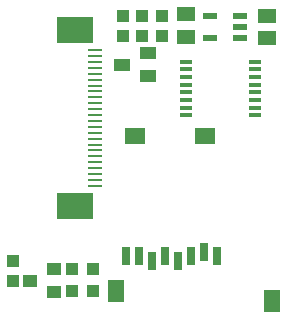
<source format=gbr>
G04 EAGLE Gerber RS-274X export*
G75*
%MOMM*%
%FSLAX34Y34*%
%LPD*%
%INSolderpaste Top*%
%IPPOS*%
%AMOC8*
5,1,8,0,0,1.08239X$1,22.5*%
G01*
%ADD10R,1.400000X1.900000*%
%ADD11R,1.800000X1.400000*%
%ADD12R,0.700000X1.500000*%
%ADD13R,1.200000X0.550000*%
%ADD14R,1.500000X1.240000*%
%ADD15R,1.075000X1.000000*%
%ADD16R,1.200000X1.000000*%
%ADD17R,1.000000X1.075000*%
%ADD18R,0.990600X0.304800*%
%ADD19R,1.250000X0.280000*%
%ADD20R,3.100000X2.300000*%
%ADD21R,1.400000X1.000000*%


D10*
X152590Y25890D03*
X284590Y16890D03*
D11*
X168590Y156890D03*
X228590Y156890D03*
D12*
X161590Y54890D03*
X172590Y54890D03*
X183590Y50890D03*
X194590Y54890D03*
X205590Y50890D03*
X216590Y54890D03*
X227590Y58890D03*
X238590Y54890D03*
D13*
X258110Y239420D03*
X258110Y248920D03*
X258110Y258420D03*
X232110Y258420D03*
X232110Y239420D03*
D14*
X280670Y258420D03*
X280670Y239420D03*
X212090Y240690D03*
X212090Y259690D03*
D15*
X132960Y44450D03*
X115960Y44450D03*
X115960Y25400D03*
X132960Y25400D03*
D16*
X80170Y34290D03*
X100170Y43790D03*
X100170Y24790D03*
D17*
X175260Y241690D03*
X175260Y258690D03*
X158750Y241690D03*
X158750Y258690D03*
X191770Y241690D03*
X191770Y258690D03*
D18*
X212122Y219600D03*
X212122Y213100D03*
X212122Y206600D03*
X212122Y200100D03*
X212122Y193600D03*
X212122Y187100D03*
X212122Y180600D03*
X212122Y174100D03*
X270478Y174100D03*
X270478Y180600D03*
X270478Y187100D03*
X270478Y193600D03*
X270478Y200100D03*
X270478Y206600D03*
X270478Y213100D03*
X270478Y219600D03*
D17*
X65405Y34045D03*
X65405Y51045D03*
D19*
X135050Y114455D03*
X135050Y119455D03*
X135050Y124455D03*
X135050Y129455D03*
X135050Y134455D03*
X135050Y139455D03*
X135050Y144455D03*
X135050Y149455D03*
X135050Y154455D03*
X135050Y159455D03*
X135050Y164455D03*
X135050Y169455D03*
X135050Y174455D03*
X135050Y179455D03*
X135050Y184455D03*
X135050Y189455D03*
X135050Y194455D03*
X135050Y199455D03*
X135050Y204455D03*
X135050Y209455D03*
X135050Y214455D03*
X135050Y219455D03*
X135050Y224455D03*
X135050Y229455D03*
D20*
X118490Y246155D03*
X118490Y97755D03*
D21*
X157910Y217170D03*
X179910Y226670D03*
X179910Y207670D03*
M02*

</source>
